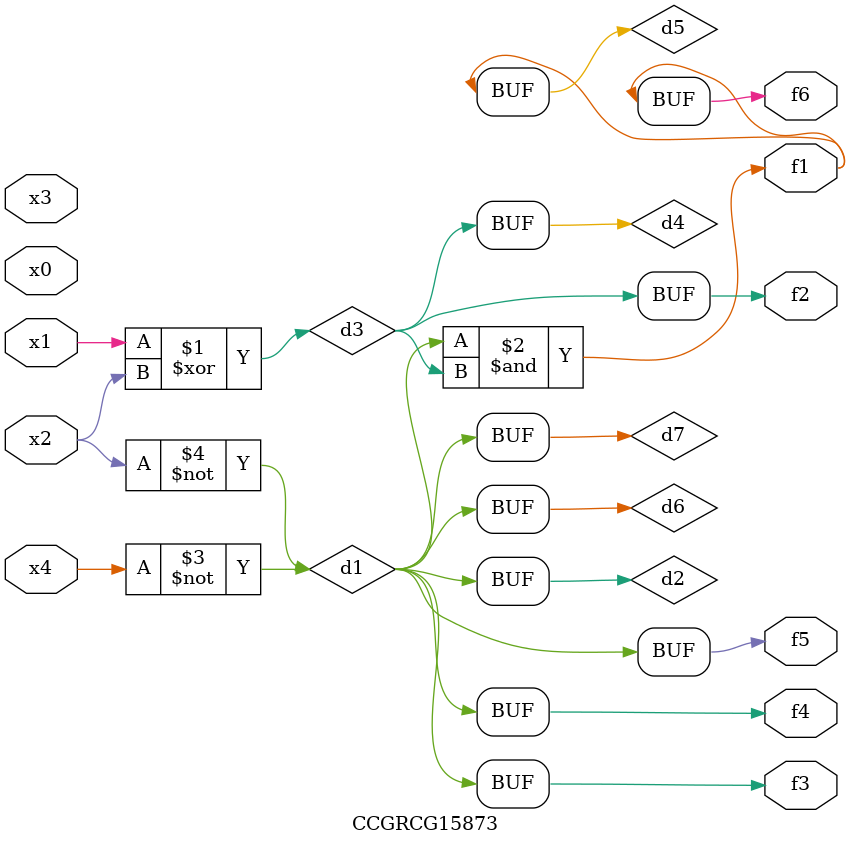
<source format=v>
module CCGRCG15873(
	input x0, x1, x2, x3, x4,
	output f1, f2, f3, f4, f5, f6
);

	wire d1, d2, d3, d4, d5, d6, d7;

	not (d1, x4);
	not (d2, x2);
	xor (d3, x1, x2);
	buf (d4, d3);
	and (d5, d1, d3);
	buf (d6, d1, d2);
	buf (d7, d2);
	assign f1 = d5;
	assign f2 = d4;
	assign f3 = d7;
	assign f4 = d7;
	assign f5 = d7;
	assign f6 = d5;
endmodule

</source>
